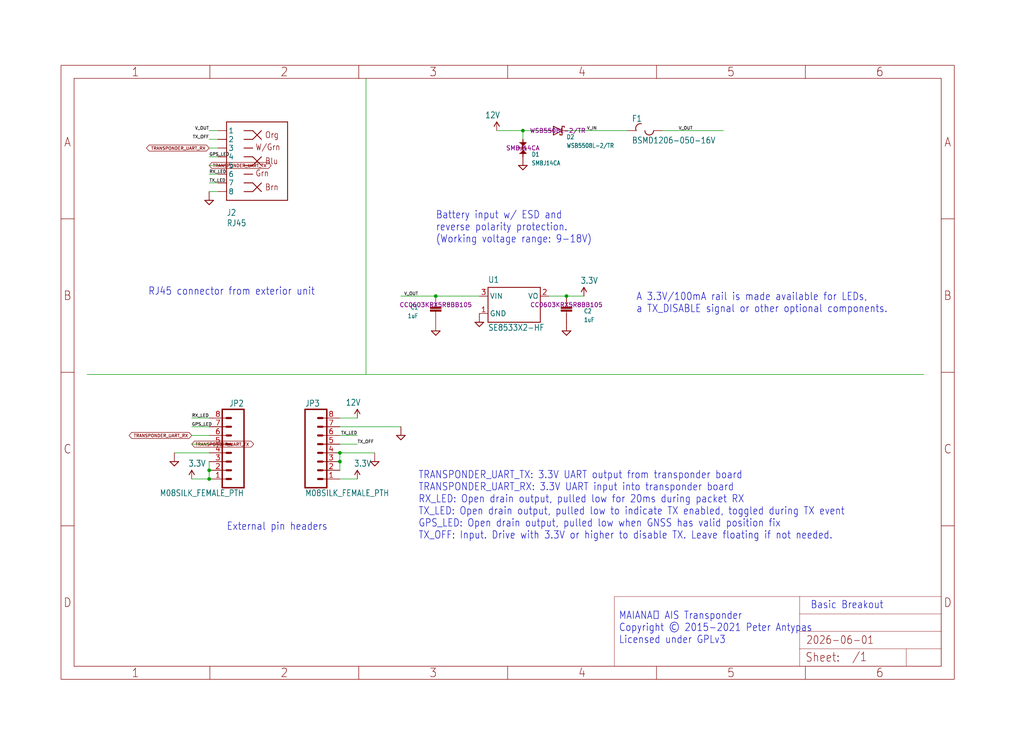
<source format=kicad_sch>
(kicad_sch (version 20250114) (generator "eeschema") (generator_version "9.0")
  (paper "User" 298.45 217.322)
  (lib_symbols
    (symbol "UARTBreakout-3.0-eagle-import:12V" (power)
      (symbol "12V_1_0"
        (polyline (pts (xy 0 2.54) (xy -0.762 1.27)) (stroke (width 0.254)))
        (polyline (pts (xy 0.762 1.27) (xy 0 2.54)) (stroke (width 0.254)))
        (pin power_in line (at 0 0 90) (length 2.54) (name "12V") (number "1"))
      )
    )
    (symbol "UARTBreakout-3.0-eagle-import:3.3V" (power)
      (symbol "3.3V_1_0"
        (polyline (pts (xy 0 2.54) (xy -0.762 1.27)) (stroke (width 0.254)))
        (polyline (pts (xy 0.762 1.27) (xy 0 2.54)) (stroke (width 0.254)))
        (pin power_in line (at 0 0 90) (length 2.54) (name "3.3V") (number "1"))
      )
    )
    (symbol "UARTBreakout-3.0-eagle-import:A4L-LOC"
      (symbol "A4L-LOC_1_0"
        (polyline (pts (xy 0 179.07) (xy 260.35 179.07) (xy 260.35 0) (xy 0 0) (xy 0 179.07)))
        (polyline (pts (xy 0 134.3025) (xy 3.81 134.3025)))
        (polyline (pts (xy 0 89.535) (xy 3.81 89.535)))
        (polyline (pts (xy 0 44.7675) (xy 3.81 44.7675)))
        (polyline (pts (xy 3.81 175.26) (xy 3.81 3.81)))
        (polyline (pts (xy 43.3917 179.07) (xy 43.3917 175.26)))
        (polyline (pts (xy 43.3917 3.81) (xy 43.3917 0)))
        (polyline (pts (xy 86.7833 179.07) (xy 86.7833 175.26)))
        (polyline (pts (xy 86.7833 3.81) (xy 86.7833 0)))
        (polyline (pts (xy 130.175 179.07) (xy 130.175 175.26)))
        (polyline (pts (xy 130.175 3.81) (xy 130.175 0)))
        (polyline (pts (xy 161.29 24.13) (xy 215.265 24.13)) (stroke (width 0.1016)))
        (polyline (pts (xy 161.29 3.81) (xy 161.29 24.13)) (stroke (width 0.1016)))
        (polyline (pts (xy 173.5667 179.07) (xy 173.5667 175.26)))
        (polyline (pts (xy 173.5667 3.81) (xy 173.5667 0)))
        (polyline (pts (xy 215.265 24.13) (xy 256.54 24.13)) (stroke (width 0.1016)))
        (polyline (pts (xy 215.265 19.05) (xy 215.265 24.13)) (stroke (width 0.1016)))
        (polyline (pts (xy 215.265 19.05) (xy 256.54 19.05)) (stroke (width 0.1016)))
        (polyline (pts (xy 215.265 13.97) (xy 215.265 19.05)) (stroke (width 0.1016)))
        (polyline (pts (xy 215.265 13.97) (xy 256.54 13.97)) (stroke (width 0.1016)))
        (polyline (pts (xy 215.265 8.89) (xy 215.265 13.97)) (stroke (width 0.1016)))
        (polyline (pts (xy 215.265 8.89) (xy 215.265 3.81)) (stroke (width 0.1016)))
        (polyline (pts (xy 216.9583 179.07) (xy 216.9583 175.26)))
        (polyline (pts (xy 216.9583 3.81) (xy 216.9583 0)))
        (polyline (pts (xy 246.38 8.89) (xy 215.265 8.89)) (stroke (width 0.1016)))
        (polyline (pts (xy 246.38 8.89) (xy 256.54 8.89)) (stroke (width 0.1016)))
        (polyline (pts (xy 246.38 3.81) (xy 246.38 8.89)) (stroke (width 0.1016)))
        (polyline (pts (xy 256.54 175.26) (xy 3.81 175.26)))
        (polyline (pts (xy 256.54 175.26) (xy 256.54 3.81)))
        (polyline (pts (xy 256.54 134.3025) (xy 260.35 134.3025)))
        (polyline (pts (xy 256.54 89.535) (xy 260.35 89.535)))
        (polyline (pts (xy 256.54 44.7675) (xy 260.35 44.7675)))
        (polyline (pts (xy 256.54 19.05) (xy 256.54 24.13)) (stroke (width 0.1016)))
        (polyline (pts (xy 256.54 13.97) (xy 256.54 19.05)) (stroke (width 0.1016)))
        (polyline (pts (xy 256.54 8.89) (xy 256.54 13.97)) (stroke (width 0.1016)))
        (polyline (pts (xy 256.54 3.81) (xy 3.81 3.81)))
        (polyline (pts (xy 256.54 3.81) (xy 256.54 8.89)) (stroke (width 0.1016)))
        (text "A" (at 1.905 156.6863 0) (effects (font (size 2.54 2.286))))
        (text "B" (at 1.905 111.9188 0) (effects (font (size 2.54 2.286))))
        (text "C" (at 1.905 67.1513 0) (effects (font (size 2.54 2.286))))
        (text "D" (at 1.905 22.3838 0) (effects (font (size 2.54 2.286))))
        (text "1" (at 21.6958 177.165 0) (effects (font (size 2.54 2.286))))
        (text "1" (at 21.6958 1.905 0) (effects (font (size 2.54 2.286))))
        (text "2" (at 65.0875 177.165 0) (effects (font (size 2.54 2.286))))
        (text "2" (at 65.0875 1.905 0) (effects (font (size 2.54 2.286))))
        (text "3" (at 108.4792 177.165 0) (effects (font (size 2.54 2.286))))
        (text "3" (at 108.4792 1.905 0) (effects (font (size 2.54 2.286))))
        (text "4" (at 151.8708 177.165 0) (effects (font (size 2.54 2.286))))
        (text "4" (at 151.8708 1.905 0) (effects (font (size 2.54 2.286))))
        (text "5" (at 195.2625 177.165 0) (effects (font (size 2.54 2.286))))
        (text "5" (at 195.2625 1.905 0) (effects (font (size 2.54 2.286))))
        (text "Sheet:" (at 216.916 4.953 0) (effects (font (size 2.54 2.159)) (justify left bottom)))
        (text "${PROJECTNAME}" (at 217.17 15.24 0) (effects (font (size 2.54 2.159)) (justify left bottom)))
        (text "${CURRENT_DATE}" (at 217.17 10.16 0) (effects (font (size 2.286 1.9431)) (justify left bottom)))
        (text "${#}/${##}" (at 230.505 5.08 0) (effects (font (size 2.54 2.159)) (justify left bottom)))
        (text "6" (at 238.6542 177.165 0) (effects (font (size 2.54 2.286))))
        (text "6" (at 238.6542 1.905 0) (effects (font (size 2.54 2.286))))
        (text "A" (at 258.445 156.6863 0) (effects (font (size 2.54 2.286))))
        (text "B" (at 258.445 111.9188 0) (effects (font (size 2.54 2.286))))
        (text "C" (at 258.445 67.1513 0) (effects (font (size 2.54 2.286))))
        (text "D" (at 258.445 22.3838 0) (effects (font (size 2.54 2.286))))
      )
    )
    (symbol "UARTBreakout-3.0-eagle-import:CAPACITOR0603"
      (property "Reference" "C" (at 2.54 2.54 0))
      (symbol "CAPACITOR0603_1_0"
        (rectangle (start -1.5875 -1.0795) (end 1.5875 -0.635) (fill (type outline)))
        (rectangle (start -1.5875 -1.905) (end 1.5875 -1.4605) (fill (type outline)))
        (polyline (pts (xy 0 0) (xy 0 -0.635)) (stroke (width 0.1524)))
        (polyline (pts (xy 0 -2.54) (xy 0 -1.905)) (stroke (width 0.1524)))
        (pin passive line (at 0 2.54 270) (length 2.54) (name "1") (number "P$1"))
        (pin passive line (at 0 -5.08 90) (length 2.54) (name "2") (number "P$2"))
      )
    )
    (symbol "UARTBreakout-3.0-eagle-import:DIODE-SCHOTTKYSOD123"
      (property "Reference" "D" (at -2.54 2.54 0))
      (symbol "DIODE-SCHOTTKYSOD123_1_0"
        (polyline (pts (xy -1.27 1.27) (xy -1.27 0)) (stroke (width 0.254)))
        (polyline (pts (xy -1.27 1.27) (xy 1.27 0)) (stroke (width 0.254)))
        (polyline (pts (xy -1.27 0) (xy -2.54 0)) (stroke (width 0.1524)))
        (polyline (pts (xy -1.27 0) (xy -1.27 -1.27)) (stroke (width 0.254)))
        (polyline (pts (xy -1.27 -1.27) (xy 1.27 0)) (stroke (width 0.254)))
        (polyline (pts (xy 0.635 -1.27) (xy 0.635 -0.9525)) (stroke (width 0.254)))
        (polyline (pts (xy 1.27 1.27) (xy 1.27 0)) (stroke (width 0.254)))
        (polyline (pts (xy 1.27 1.27) (xy 1.778 1.27)) (stroke (width 0.254)))
        (polyline (pts (xy 1.27 0) (xy 1.27 -1.27)) (stroke (width 0.254)))
        (polyline (pts (xy 1.27 0) (xy 2.54 0)) (stroke (width 0.1524)))
        (polyline (pts (xy 1.27 -1.27) (xy 0.762 -1.27)) (stroke (width 0.254)))
        (polyline (pts (xy 1.905 1.27) (xy 1.905 0.9525)) (stroke (width 0.254)))
        (pin passive line (at -2.54 0 0) (length 0) (name "A") (number "A"))
        (pin passive line (at 2.54 0 180) (length 0) (name "C") (number "C"))
      )
    )
    (symbol "UARTBreakout-3.0-eagle-import:DIODE-TVS-BIDIRSMB"
      (property "Reference" "D" (at 2.54 -2.54 0))
      (symbol "DIODE-TVS-BIDIRSMB_1_0"
        (polyline (pts (xy -0.9525 0) (xy -0.9525 0.3175)) (stroke (width 0.254)))
        (polyline (pts (xy -0.9525 0) (xy 0.9525 0)) (stroke (width 0.254)))
        (polyline (pts (xy -0.9525 -1.5875) (xy 0.9525 -1.5875) (xy 0 -0.635)) (stroke (width 0.254)) (fill (type outline)))
        (polyline (pts (xy 0 1.5875) (xy 0 2.54)) (stroke (width 0.254)))
        (polyline (pts (xy 0 0.635) (xy 0 -0.635)) (stroke (width 0.254)))
        (polyline (pts (xy 0 0.635) (xy 0.9525 1.5875) (xy -0.9525 1.5875)) (stroke (width 0.254)) (fill (type outline)))
        (polyline (pts (xy 0 -1.5875) (xy 0 -2.54)) (stroke (width 0.254)))
        (polyline (pts (xy 0.9525 0) (xy 0.9525 -0.3175)) (stroke (width 0.254)))
        (pin bidirectional line (at 0 2.54 270) (length 2.54) (name "P$1") (number "A"))
        (pin bidirectional line (at 0 -2.54 90) (length 2.54) (name "P$2") (number "C"))
      )
    )
    (symbol "UARTBreakout-3.0-eagle-import:GND" (power)
      (symbol "GND_1_0"
        (polyline (pts (xy -1.27 0) (xy 1.27 0)) (stroke (width 0.254)))
        (polyline (pts (xy 0 -1.27) (xy -1.27 0)) (stroke (width 0.254)))
        (polyline (pts (xy 1.27 0) (xy 0 -1.27)) (stroke (width 0.254)))
        (pin power_in line (at 0 2.54 270) (length 2.54) (name "GND") (number "1"))
      )
    )
    (symbol "UARTBreakout-3.0-eagle-import:M08SILK_FEMALE_PTH"
      (property "Reference" "JP" (at -5.08 13.462 0))
      (symbol "M08SILK_FEMALE_PTH_1_0"
        (polyline (pts (xy -5.08 12.7) (xy -5.08 -10.16)) (stroke (width 0.4064)))
        (polyline (pts (xy -5.08 12.7) (xy 1.27 12.7)) (stroke (width 0.4064)))
        (polyline (pts (xy -1.27 10.16) (xy 0 10.16)) (stroke (width 0.6096)))
        (polyline (pts (xy -1.27 7.62) (xy 0 7.62)) (stroke (width 0.6096)))
        (polyline (pts (xy -1.27 5.08) (xy 0 5.08)) (stroke (width 0.6096)))
        (polyline (pts (xy -1.27 2.54) (xy 0 2.54)) (stroke (width 0.6096)))
        (polyline (pts (xy -1.27 0) (xy 0 0)) (stroke (width 0.6096)))
        (polyline (pts (xy -1.27 -2.54) (xy 0 -2.54)) (stroke (width 0.6096)))
        (polyline (pts (xy -1.27 -5.08) (xy 0 -5.08)) (stroke (width 0.6096)))
        (polyline (pts (xy -1.27 -7.62) (xy 0 -7.62)) (stroke (width 0.6096)))
        (polyline (pts (xy 1.27 -10.16) (xy -5.08 -10.16)) (stroke (width 0.4064)))
        (polyline (pts (xy 1.27 -10.16) (xy 1.27 12.7)) (stroke (width 0.4064)))
        (pin passive line (at 5.08 10.16 180) (length 5.08) (name "8") (number "8"))
        (pin passive line (at 5.08 7.62 180) (length 5.08) (name "7") (number "7"))
        (pin passive line (at 5.08 5.08 180) (length 5.08) (name "6") (number "6"))
        (pin passive line (at 5.08 2.54 180) (length 5.08) (name "5") (number "5"))
        (pin passive line (at 5.08 0 180) (length 5.08) (name "4") (number "4"))
        (pin passive line (at 5.08 -2.54 180) (length 5.08) (name "3") (number "3"))
        (pin passive line (at 5.08 -5.08 180) (length 5.08) (name "2") (number "2"))
        (pin passive line (at 5.08 -7.62 180) (length 5.08) (name "1") (number "1"))
      )
    )
    (symbol "UARTBreakout-3.0-eagle-import:MCP1799T"
      (property "Reference" "U" (at -7.62 6.35 0))
      (symbol "MCP1799T_1_0"
        (polyline (pts (xy -7.62 5.08) (xy 7.62 5.08)) (stroke (width 0.254)))
        (polyline (pts (xy -7.62 -5.08) (xy -7.62 5.08)) (stroke (width 0.254)))
        (polyline (pts (xy 7.62 5.08) (xy 7.62 -5.08)) (stroke (width 0.254)))
        (polyline (pts (xy 7.62 -5.08) (xy -7.62 -5.08)) (stroke (width 0.254)))
        (pin input line (at -10.16 2.54 0) (length 2.54) (name "VIN") (number "3"))
        (pin passive line (at -10.16 -2.54 0) (length 2.54) (name "GND") (number "1"))
        (pin output line (at 10.16 2.54 180) (length 2.54) (name "VO") (number "2"))
      )
    )
    (symbol "UARTBreakout-3.0-eagle-import:PTCFUSE-1206"
      (property "Reference" "F" (at -3.81 5.08 0))
      (symbol "PTCFUSE-1206_1_0"
        (arc (start -2.54 2.54) (mid -2.4058 4.0269) (end -1.0159 4.5718) (stroke (width 0.254)))
        (arc (start 2.54 2.54) (mid 1.27 1.27) (end 0 2.54) (stroke (width 0.254)))
        (pin passive line (at -5.08 2.54 0) (length 2.54) (name "1") (number "1"))
        (pin passive line (at 5.08 2.54 180) (length 2.54) (name "2") (number "2"))
      )
    )
    (symbol "UARTBreakout-3.0-eagle-import:RJ45-8PTH"
      (symbol "RJ45-8PTH_1_0"
        (polyline (pts (xy -5.08 10.16) (xy -5.08 -12.7)) (stroke (width 0.254)))
        (polyline (pts (xy -5.08 -12.7) (xy 12.7 -12.7)) (stroke (width 0.254)))
        (polyline (pts (xy 0 7.62) (xy 2.54 7.62)) (stroke (width 0.254)))
        (polyline (pts (xy 0 5.08) (xy 2.54 5.08)) (stroke (width 0.254)))
        (polyline (pts (xy 0 2.54) (xy 2.54 2.54)) (stroke (width 0.254)))
        (polyline (pts (xy 0 0) (xy 2.54 0)) (stroke (width 0.254)))
        (polyline (pts (xy 0 -2.54) (xy 2.54 -2.54)) (stroke (width 0.254)))
        (polyline (pts (xy 0 -5.08) (xy 2.54 -5.08)) (stroke (width 0.254)))
        (polyline (pts (xy 0 -7.62) (xy 2.54 -7.62)) (stroke (width 0.254)))
        (polyline (pts (xy 0 -10.16) (xy 2.54 -10.16)) (stroke (width 0.254)))
        (polyline (pts (xy 2.54 7.62) (xy 5.08 5.08)) (stroke (width 0.254)))
        (polyline (pts (xy 2.54 5.08) (xy 5.08 7.62)) (stroke (width 0.254)))
        (polyline (pts (xy 2.54 0) (xy 5.08 -2.54)) (stroke (width 0.254)))
        (polyline (pts (xy 2.54 -2.54) (xy 5.08 0)) (stroke (width 0.254)))
        (polyline (pts (xy 2.54 -7.62) (xy 5.08 -10.16)) (stroke (width 0.254)))
        (polyline (pts (xy 2.54 -10.16) (xy 5.08 -7.62)) (stroke (width 0.254)))
        (polyline (pts (xy 12.7 10.16) (xy -5.08 10.16)) (stroke (width 0.254)))
        (polyline (pts (xy 12.7 -12.7) (xy 12.7 10.16)) (stroke (width 0.254)))
        (text "W/Grn" (at 3.302 1.778 0) (effects (font (size 1.778 1.5113)) (justify left bottom)))
        (text "Grn" (at 3.302 -5.842 0) (effects (font (size 1.778 1.5113)) (justify left bottom)))
        (text "Org" (at 6.096 5.334 0) (effects (font (size 1.778 1.5113)) (justify left bottom)))
        (text "Blu" (at 6.096 -2.286 0) (effects (font (size 1.778 1.5113)) (justify left bottom)))
        (text "Brn" (at 6.096 -9.906 0) (effects (font (size 1.778 1.5113)) (justify left bottom)))
        (pin bidirectional line (at -7.62 7.62 0) (length 2.54) (name "1") (number "1"))
        (pin bidirectional line (at -7.62 5.08 0) (length 2.54) (name "2") (number "2"))
        (pin bidirectional line (at -7.62 2.54 0) (length 2.54) (name "3") (number "3"))
        (pin bidirectional line (at -7.62 0 0) (length 2.54) (name "4") (number "4"))
        (pin bidirectional line (at -7.62 -2.54 0) (length 2.54) (name "5") (number "5"))
        (pin bidirectional line (at -7.62 -5.08 0) (length 2.54) (name "6") (number "6"))
        (pin bidirectional line (at -7.62 -7.62 0) (length 2.54) (name "7") (number "7"))
        (pin bidirectional line (at -7.62 -10.16 0) (length 2.54) (name "8") (number "8"))
      )
    )
  )
  (text "TRANSPONDER_UART_TX: 3.3V UART output from transponder board\nTRANSPONDER_UART_RX: 3.3V UART input into transponder board\nRX_LED: Open drain output, pulled low for 20ms during packet RX\nTX_LED: Open drain output, pulled low to indicate TX enabled, toggled during TX event\nGPS_LED: Open drain output, pulled low when GNSS has valid position fix\nTX_OFF: Input. Drive with 3.3V or higher to disable TX. Leave floating if not needed." (at 121.92 157.48 0) (effects (font (size 2.1844 1.8567)) (justify left bottom)))
  (text "RJ45 connector from exterior unit" (at 43.18 86.36 0) (effects (font (size 2.1844 1.8567)) (justify left bottom)))
  (text "Basic Breakout" (at 236.22 177.8 0) (effects (font (size 2.1844 1.8567)) (justify left bottom)))
  (text "Battery input w/ ESD and\nreverse polarity protection.\n(Working voltage range: 9-18V)" (at 127 71.12 0) (effects (font (size 2.1844 1.8567)) (justify left bottom)))
  (text "A 3.3V/100mA rail is made available for LEDs,\na TX_DISABLE signal or other optional components." (at 185.42 91.44 0) (effects (font (size 2.1844 1.8567)) (justify left bottom)))
  (text "External pin headers" (at 66.04 154.94 0) (effects (font (size 2.1844 1.8567)) (justify left bottom)))
  (text "MAIANA™ AIS Transponder\nCopyright © 2015-2021 Peter Antypas\nLicensed under GPLv3" (at 180.34 187.96 0) (effects (font (size 2.1844 1.8567)) (justify left bottom)))
  (junction (at 165.1 86.36))
  (junction (at 152.4 38.1))
  (junction (at 60.96 139.7))
  (junction (at 60.96 137.16))
  (junction (at 127 86.36))
  (junction (at 99.06 132.08))
  (junction (at 99.06 134.62))
  (wire (pts (xy 60.96 121.92) (xy 55.88 121.92)) (stroke (width 0.1524)))
  (wire (pts (xy 104.14 127) (xy 99.06 127)) (stroke (width 0.1524)))
  (wire (pts (xy 99.06 139.7) (xy 104.14 139.7)) (stroke (width 0.1524)))
  (wire (pts (xy 152.4 40.64) (xy 152.4 38.1)) (stroke (width 0.1524)))
  (wire (pts (xy 63.5 48.26) (xy 60.96 48.26)) (stroke (width 0.1524)))
  (wire (pts (xy 63.5 50.8) (xy 60.96 50.8)) (stroke (width 0.1524)))
  (wire (pts (xy 63.5 40.64) (xy 60.96 40.64)) (stroke (width 0.1524)))
  (wire (pts (xy 165.1 86.36) (xy 170.18 86.36)) (stroke (width 0.1524)))
  (wire (pts (xy 144.78 38.1) (xy 152.4 38.1)) (stroke (width 0.1524)))
  (wire (pts (xy 99.06 124.46) (xy 116.84 124.46)) (stroke (width 0.1524)))
  (wire (pts (xy 193.04 38.1) (xy 210.82 38.1)) (stroke (width 0.1524)))
  (wire (pts (xy 160.02 86.36) (xy 165.1 86.36)) (stroke (width 0.1524)))
  (wire (pts (xy 25.4 109.22) (xy 269.24 109.22)) (stroke (width 0.1524)))
  (wire (pts (xy 63.5 38.1) (xy 60.96 38.1)) (stroke (width 0.1524)))
  (wire (pts (xy 99.06 132.08) (xy 109.22 132.08)) (stroke (width 0.1524)))
  (wire (pts (xy 60.96 132.08) (xy 50.8 132.08)) (stroke (width 0.1524)))
  (wire (pts (xy 99.06 129.54) (xy 104.14 129.54)) (stroke (width 0.1524)))
  (wire (pts (xy 60.96 137.16) (xy 60.96 139.7)) (stroke (width 0.1524)))
  (wire (pts (xy 60.96 127) (xy 55.88 127)) (stroke (width 0.1524)))
  (wire (pts (xy 63.5 53.34) (xy 60.96 53.34)) (stroke (width 0.1524)))
  (wire (pts (xy 152.4 38.1) (xy 160.02 38.1)) (stroke (width 0.1524)))
  (wire (pts (xy 60.96 124.46) (xy 55.88 124.46)) (stroke (width 0.1524)))
  (wire (pts (xy 106.68 22.86) (xy 106.68 109.22)) (stroke (width 0.1524)))
  (wire (pts (xy 165.1 38.1) (xy 182.88 38.1)) (stroke (width 0.1524)))
  (wire (pts (xy 63.5 45.72) (xy 60.96 45.72)) (stroke (width 0.1524)))
  (wire (pts (xy 55.88 139.7) (xy 60.96 139.7)) (stroke (width 0.1524)))
  (wire (pts (xy 63.5 43.18) (xy 60.96 43.18)) (stroke (width 0.1524)))
  (wire (pts (xy 99.06 121.92) (xy 104.14 121.92)) (stroke (width 0.1524)))
  (wire (pts (xy 99.06 134.62) (xy 99.06 137.16)) (stroke (width 0.1524)))
  (wire (pts (xy 99.06 132.08) (xy 99.06 134.62)) (stroke (width 0.1524)))
  (wire (pts (xy 60.96 134.62) (xy 60.96 137.16)) (stroke (width 0.1524)))
  (wire (pts (xy 63.5 55.88) (xy 60.96 55.88)) (stroke (width 0.1524)))
  (wire (pts (xy 60.96 129.54) (xy 55.88 129.54)) (stroke (width 0.1524)))
  (wire (pts (xy 127 86.36) (xy 116.84 86.36)) (stroke (width 0.1524)))
  (wire (pts (xy 139.7 86.36) (xy 127 86.36)) (stroke (width 0.1524)))
  (label "TX_LED" (at 60.96 53.34 0) (effects (font (size 0.889 0.889))))
  (label "V_OUT" (at 60.96 38.1 180) (effects (font (size 0.889 0.889))))
  (label "RX_LED" (at 60.96 50.8 0) (effects (font (size 0.889 0.889))))
  (label "TX_OFF" (at 60.96 40.64 180) (effects (font (size 0.889 0.889))))
  (label "RX_LED" (at 55.88 121.92 0) (effects (font (size 0.889 0.889))))
  (label "V_IN" (at 173.99 38.1 180) (effects (font (size 0.889 0.889))))
  (label "V_OUT" (at 121.92 86.36 180) (effects (font (size 0.889 0.889))))
  (label "GPS_LED" (at 55.88 124.46 0) (effects (font (size 0.889 0.889))))
  (label "GPS_LED" (at 60.96 45.72 0) (effects (font (size 0.889 0.889))))
  (label "TX_OFF" (at 104.14 129.54 0) (effects (font (size 0.889 0.889))))
  (label "V_OUT" (at 201.93 38.1 180) (effects (font (size 0.889 0.889))))
  (label "TX_LED" (at 104.14 127 180) (effects (font (size 0.889 0.889))))
  (global_label "TRANSPONDER_UART_TX" (shape bidirectional) (at 55.88 129.54 0) (effects (font (size 0.889 0.889))) (property "Intersheetrefs" "${INTERSHEET_REFS}" (effects (hide yes))))
  (global_label "TRANSPONDER_UART_TX" (shape bidirectional) (at 60.96 48.26 0) (effects (font (size 0.889 0.889))) (property "Intersheetrefs" "${INTERSHEET_REFS}" (effects (hide yes))))
  (global_label "TRANSPONDER_UART_RX" (shape bidirectional) (at 60.96 43.18 180) (effects (font (size 0.889 0.889))) (property "Intersheetrefs" "${INTERSHEET_REFS}" (effects (hide yes))))
  (global_label "TRANSPONDER_UART_RX" (shape bidirectional) (at 55.88 127 180) (effects (font (size 0.889 0.889))) (property "Intersheetrefs" "${INTERSHEET_REFS}" (effects (hide yes))))
  (symbol (lib_id "UARTBreakout-3.0-eagle-import:GND") (at 116.84 127 0) (unit 1)
    (property "Reference" "#SUPPLY12" (effects (hide yes)))
    (property "Value" "GND" (effects (hide yes)))
  )
  (symbol (lib_id "UARTBreakout-3.0-eagle-import:CAPACITOR0603") (at 127 88.9 0) (unit 1)
    (property "Reference" "C1" (at 121.92 88.9 0) (effects (font (size 1.27 1.0795)) (justify right top)))
    (property "Value" "1uF" (at 121.92 91.44 0) (effects (font (size 1.27 1.0795)) (justify right top)))
    (property "Footprint" "UARTBreakout-3.0:0603" (effects (hide yes)))
    (property "PARTNO" "CC0603KRX5R8BB105" (at 127 88.9 0))
  )
  (symbol (lib_id "UARTBreakout-3.0-eagle-import:M08SILK_FEMALE_PTH") (at 66.04 132.08 0) (mirror y) (unit 1)
    (property "Reference" "JP2" (at 71.12 118.618 0) (effects (font (size 1.778 1.5113)) (justify left bottom)))
    (property "Value" "M08SILK_FEMALE_PTH" (at 71.12 144.78 0) (effects (font (size 1.778 1.5113)) (justify left bottom)))
    (property "Footprint" "UARTBreakout-3.0:1X08" (effects (hide yes)))
  )
  (symbol (lib_id "UARTBreakout-3.0-eagle-import:MCP1799T") (at 149.86 88.9 0) (unit 1)
    (property "Reference" "U1" (at 142.24 82.55 0) (effects (font (size 1.778 1.5113)) (justify left bottom)))
    (property "Value" "SE8533X2-HF" (at 142.24 96.52 0) (effects (font (size 1.778 1.5113)) (justify left bottom)))
    (property "Footprint" "UARTBreakout-3.0:SOT23" (effects (hide yes)))
    (property "PARTNO" "SE8533X2-HF" (effects (hide yes)))
  )
  (symbol (lib_id "UARTBreakout-3.0-eagle-import:RJ45-8PTH") (at 71.12 45.72 0) (unit 1)
    (property "Reference" "J2" (at 66.04 62.992 0) (effects (font (size 1.778 1.5113)) (justify left bottom)))
    (property "Value" "RJ45" (at 66.04 66.04 0) (effects (font (size 1.778 1.5113)) (justify left bottom)))
    (property "Footprint" "UARTBreakout-3.0:RJ45-8" (effects (hide yes)))
    (property "PARTNO" "95501-2821" (effects (hide yes)))
  )
  (symbol (lib_id "UARTBreakout-3.0-eagle-import:GND") (at 50.8 134.62 0) (unit 1)
    (property "Reference" "#SUPPLY11" (effects (hide yes)))
    (property "Value" "GND" (effects (hide yes)))
  )
  (symbol (lib_id "UARTBreakout-3.0-eagle-import:DIODE-SCHOTTKYSOD123") (at 162.56 38.1 0) (unit 1)
    (property "Reference" "D2" (at 165.1 40.64 0) (effects (font (size 1.27 1.0795)) (justify left bottom)))
    (property "Value" "WSB5508L-2/TR" (at 165.1 43.18 0) (effects (font (size 1.27 1.0795)) (justify left bottom)))
    (property "Footprint" "UARTBreakout-3.0:SOD123" (effects (hide yes)))
    (property "PARTNO" "WSB5508L-2/TR" (at 162.56 38.1 0))
  )
  (symbol (lib_id "UARTBreakout-3.0-eagle-import:PTCFUSE-1206") (at 187.96 40.64 0) (unit 1)
    (property "Reference" "F1" (at 184.15 35.56 0) (effects (font (size 1.778 1.5113)) (justify left bottom)))
    (property "Value" "BSMD1206-050-16V" (at 184.15 41.91 0) (effects (font (size 1.778 1.5113)) (justify left bottom)))
    (property "Footprint" "UARTBreakout-3.0:R1206" (effects (hide yes)))
    (property "PARTNO" "BSMD1206-050-16V" (effects (hide yes)))
  )
  (symbol (lib_id "UARTBreakout-3.0-eagle-import:A4L-LOC") (at 17.78 198.12 0) (unit 1)
    (property "Reference" "#FRAME1" (effects (hide yes)))
    (property "Value" "A4L-LOC" (effects (hide yes)))
  )
  (symbol (lib_id "UARTBreakout-3.0-eagle-import:M08SILK_FEMALE_PTH") (at 93.98 132.08 0) (unit 1)
    (property "Reference" "JP3" (at 88.9 118.618 0) (effects (font (size 1.778 1.5113)) (justify left bottom)))
    (property "Value" "M08SILK_FEMALE_PTH" (at 88.9 144.78 0) (effects (font (size 1.778 1.5113)) (justify left bottom)))
    (property "Footprint" "UARTBreakout-3.0:1X08" (effects (hide yes)))
  )
  (symbol (lib_id "UARTBreakout-3.0-eagle-import:3.3V") (at 170.18 86.36 0) (unit 1)
    (property "Reference" "#SUPPLY8" (effects (hide yes)))
    (property "Value" "3.3V" (at 169.164 82.804 0) (effects (font (size 1.778 1.5113)) (justify left bottom)))
  )
  (symbol (lib_id "UARTBreakout-3.0-eagle-import:DIODE-TVS-BIDIRSMB") (at 152.4 43.18 0) (unit 1)
    (property "Reference" "D1" (at 154.94 45.72 0) (effects (font (size 1.27 1.0795)) (justify left bottom)))
    (property "Value" "SMBJ14CA" (at 154.94 48.26 0) (effects (font (size 1.27 1.0795)) (justify left bottom)))
    (property "Footprint" "UARTBreakout-3.0:SMB-BIDIR" (effects (hide yes)))
    (property "PARTNO" "SMBJ14CA" (at 152.4 43.18 0))
  )
  (symbol (lib_id "UARTBreakout-3.0-eagle-import:GND") (at 165.1 96.52 0) (mirror y) (unit 1)
    (property "Reference" "#SUPPLY7" (effects (hide yes)))
    (property "Value" "GND" (effects (hide yes)))
  )
  (symbol (lib_id "UARTBreakout-3.0-eagle-import:12V") (at 104.14 121.92 0) (mirror y) (unit 1)
    (property "Reference" "#SUPPLY10" (effects (hide yes)))
    (property "Value" "12V" (at 105.156 118.364 0) (effects (font (size 1.778 1.5113)) (justify left bottom)))
  )
  (symbol (lib_id "UARTBreakout-3.0-eagle-import:GND") (at 127 96.52 0) (mirror y) (unit 1)
    (property "Reference" "#SUPPLY6" (effects (hide yes)))
    (property "Value" "GND" (effects (hide yes)))
  )
  (symbol (lib_id "UARTBreakout-3.0-eagle-import:GND") (at 60.96 58.42 0) (unit 1)
    (property "Reference" "#SUPPLY2" (effects (hide yes)))
    (property "Value" "GND" (effects (hide yes)))
  )
  (symbol (lib_id "UARTBreakout-3.0-eagle-import:3.3V") (at 104.14 139.7 0) (unit 1)
    (property "Reference" "#SUPPLY4" (effects (hide yes)))
    (property "Value" "3.3V" (at 103.124 136.144 0) (effects (font (size 1.778 1.5113)) (justify left bottom)))
  )
  (symbol (lib_id "UARTBreakout-3.0-eagle-import:GND") (at 109.22 134.62 0) (unit 1)
    (property "Reference" "#SUPPLY3" (effects (hide yes)))
    (property "Value" "GND" (effects (hide yes)))
  )
  (symbol (lib_id "UARTBreakout-3.0-eagle-import:GND") (at 139.7 93.98 0) (mirror y) (unit 1)
    (property "Reference" "#SUPPLY5" (effects (hide yes)))
    (property "Value" "GND" (effects (hide yes)))
  )
  (symbol (lib_id "UARTBreakout-3.0-eagle-import:12V") (at 144.78 38.1 0) (mirror y) (unit 1)
    (property "Reference" "#SUPPLY1" (effects (hide yes)))
    (property "Value" "12V" (at 145.796 34.544 0) (effects (font (size 1.778 1.5113)) (justify left bottom)))
  )
  (symbol (lib_id "UARTBreakout-3.0-eagle-import:CAPACITOR0603") (at 165.1 88.9 0) (unit 1)
    (property "Reference" "C2" (at 170.18 91.44 0) (effects (font (size 1.27 1.0795)) (justify left bottom)))
    (property "Value" "1uF" (at 170.18 93.98 0) (effects (font (size 1.27 1.0795)) (justify left bottom)))
    (property "Footprint" "UARTBreakout-3.0:0603" (effects (hide yes)))
    (property "PARTNO" "CC0603KRX5R8BB105" (at 165.1 88.9 0))
  )
  (symbol (lib_id "UARTBreakout-3.0-eagle-import:GND") (at 152.4 48.26 0) (mirror y) (unit 1)
    (property "Reference" "#SUPPLY18" (effects (hide yes)))
    (property "Value" "GND" (effects (hide yes)))
  )
  (symbol (lib_id "UARTBreakout-3.0-eagle-import:3.3V") (at 55.88 139.7 0) (unit 1)
    (property "Reference" "#SUPPLY9" (effects (hide yes)))
    (property "Value" "3.3V" (at 54.864 136.144 0) (effects (font (size 1.778 1.5113)) (justify left bottom)))
  )
)
</source>
